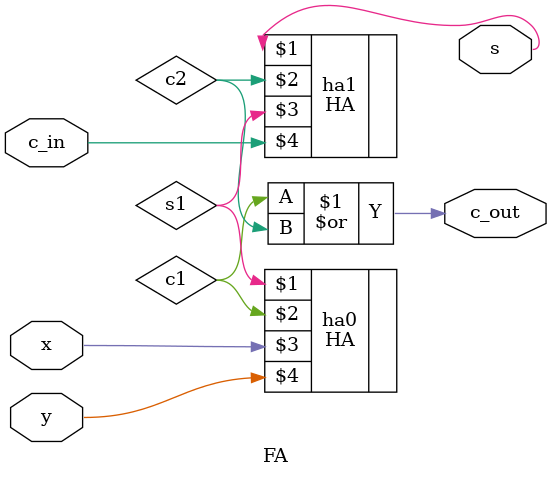
<source format=v>
`include "HA.v"
module FA(s, c_out, x, y, c_in);
input x, y, c_in;
output s, c_out;
wire s1, c1, c2;

HA ha0(s1, c1, x, y);
HA ha1(s, c2, s1, c_in);
or or1(c_out, c1, c2);
  
endmodule
</source>
